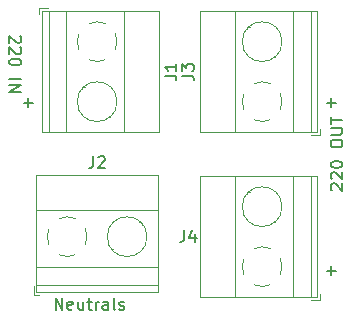
<source format=gto>
%TF.GenerationSoftware,KiCad,Pcbnew,(5.1.12-1-10_14)*%
%TF.CreationDate,2021-12-04T23:40:54+01:00*%
%TF.ProjectId,contraddictionLamp_220Conn,636f6e74-7261-4646-9469-6374696f6e4c,rev?*%
%TF.SameCoordinates,Original*%
%TF.FileFunction,Legend,Top*%
%TF.FilePolarity,Positive*%
%FSLAX46Y46*%
G04 Gerber Fmt 4.6, Leading zero omitted, Abs format (unit mm)*
G04 Created by KiCad (PCBNEW (5.1.12-1-10_14)) date 2021-12-04 23:40:54*
%MOMM*%
%LPD*%
G01*
G04 APERTURE LIST*
%ADD10C,0.150000*%
%ADD11C,0.120000*%
G04 APERTURE END LIST*
D10*
X189865047Y-114117428D02*
X190626952Y-114117428D01*
X190246000Y-114498380D02*
X190246000Y-113736476D01*
X189865047Y-99893428D02*
X190626952Y-99893428D01*
X190246000Y-100274380D02*
X190246000Y-99512476D01*
X164211047Y-99893428D02*
X164972952Y-99893428D01*
X164592000Y-100274380D02*
X164592000Y-99512476D01*
X190301619Y-107314619D02*
X190254000Y-107267000D01*
X190206380Y-107171761D01*
X190206380Y-106933666D01*
X190254000Y-106838428D01*
X190301619Y-106790809D01*
X190396857Y-106743190D01*
X190492095Y-106743190D01*
X190634952Y-106790809D01*
X191206380Y-107362238D01*
X191206380Y-106743190D01*
X190301619Y-106362238D02*
X190254000Y-106314619D01*
X190206380Y-106219380D01*
X190206380Y-105981285D01*
X190254000Y-105886047D01*
X190301619Y-105838428D01*
X190396857Y-105790809D01*
X190492095Y-105790809D01*
X190634952Y-105838428D01*
X191206380Y-106409857D01*
X191206380Y-105790809D01*
X190206380Y-105171761D02*
X190206380Y-105076523D01*
X190254000Y-104981285D01*
X190301619Y-104933666D01*
X190396857Y-104886047D01*
X190587333Y-104838428D01*
X190825428Y-104838428D01*
X191015904Y-104886047D01*
X191111142Y-104933666D01*
X191158761Y-104981285D01*
X191206380Y-105076523D01*
X191206380Y-105171761D01*
X191158761Y-105267000D01*
X191111142Y-105314619D01*
X191015904Y-105362238D01*
X190825428Y-105409857D01*
X190587333Y-105409857D01*
X190396857Y-105362238D01*
X190301619Y-105314619D01*
X190254000Y-105267000D01*
X190206380Y-105171761D01*
X190206380Y-103457476D02*
X190206380Y-103267000D01*
X190254000Y-103171761D01*
X190349238Y-103076523D01*
X190539714Y-103028904D01*
X190873047Y-103028904D01*
X191063523Y-103076523D01*
X191158761Y-103171761D01*
X191206380Y-103267000D01*
X191206380Y-103457476D01*
X191158761Y-103552714D01*
X191063523Y-103647952D01*
X190873047Y-103695571D01*
X190539714Y-103695571D01*
X190349238Y-103647952D01*
X190254000Y-103552714D01*
X190206380Y-103457476D01*
X190206380Y-102600333D02*
X191015904Y-102600333D01*
X191111142Y-102552714D01*
X191158761Y-102505095D01*
X191206380Y-102409857D01*
X191206380Y-102219380D01*
X191158761Y-102124142D01*
X191111142Y-102076523D01*
X191015904Y-102028904D01*
X190206380Y-102028904D01*
X190206380Y-101695571D02*
X190206380Y-101124142D01*
X191206380Y-101409857D02*
X190206380Y-101409857D01*
X166918047Y-117419380D02*
X166918047Y-116419380D01*
X167489476Y-117419380D01*
X167489476Y-116419380D01*
X168346619Y-117371761D02*
X168251380Y-117419380D01*
X168060904Y-117419380D01*
X167965666Y-117371761D01*
X167918047Y-117276523D01*
X167918047Y-116895571D01*
X167965666Y-116800333D01*
X168060904Y-116752714D01*
X168251380Y-116752714D01*
X168346619Y-116800333D01*
X168394238Y-116895571D01*
X168394238Y-116990809D01*
X167918047Y-117086047D01*
X169251380Y-116752714D02*
X169251380Y-117419380D01*
X168822809Y-116752714D02*
X168822809Y-117276523D01*
X168870428Y-117371761D01*
X168965666Y-117419380D01*
X169108523Y-117419380D01*
X169203761Y-117371761D01*
X169251380Y-117324142D01*
X169584714Y-116752714D02*
X169965666Y-116752714D01*
X169727571Y-116419380D02*
X169727571Y-117276523D01*
X169775190Y-117371761D01*
X169870428Y-117419380D01*
X169965666Y-117419380D01*
X170299000Y-117419380D02*
X170299000Y-116752714D01*
X170299000Y-116943190D02*
X170346619Y-116847952D01*
X170394238Y-116800333D01*
X170489476Y-116752714D01*
X170584714Y-116752714D01*
X171346619Y-117419380D02*
X171346619Y-116895571D01*
X171299000Y-116800333D01*
X171203761Y-116752714D01*
X171013285Y-116752714D01*
X170918047Y-116800333D01*
X171346619Y-117371761D02*
X171251380Y-117419380D01*
X171013285Y-117419380D01*
X170918047Y-117371761D01*
X170870428Y-117276523D01*
X170870428Y-117181285D01*
X170918047Y-117086047D01*
X171013285Y-117038428D01*
X171251380Y-117038428D01*
X171346619Y-116990809D01*
X171965666Y-117419380D02*
X171870428Y-117371761D01*
X171822809Y-117276523D01*
X171822809Y-116419380D01*
X172299000Y-117371761D02*
X172394238Y-117419380D01*
X172584714Y-117419380D01*
X172679952Y-117371761D01*
X172727571Y-117276523D01*
X172727571Y-117228904D01*
X172679952Y-117133666D01*
X172584714Y-117086047D01*
X172441857Y-117086047D01*
X172346619Y-117038428D01*
X172299000Y-116943190D01*
X172299000Y-116895571D01*
X172346619Y-116800333D01*
X172441857Y-116752714D01*
X172584714Y-116752714D01*
X172679952Y-116800333D01*
X163901380Y-94266047D02*
X163949000Y-94313666D01*
X163996619Y-94408904D01*
X163996619Y-94647000D01*
X163949000Y-94742238D01*
X163901380Y-94789857D01*
X163806142Y-94837476D01*
X163710904Y-94837476D01*
X163568047Y-94789857D01*
X162996619Y-94218428D01*
X162996619Y-94837476D01*
X163901380Y-95218428D02*
X163949000Y-95266047D01*
X163996619Y-95361285D01*
X163996619Y-95599380D01*
X163949000Y-95694619D01*
X163901380Y-95742238D01*
X163806142Y-95789857D01*
X163710904Y-95789857D01*
X163568047Y-95742238D01*
X162996619Y-95170809D01*
X162996619Y-95789857D01*
X163996619Y-96408904D02*
X163996619Y-96504142D01*
X163949000Y-96599380D01*
X163901380Y-96647000D01*
X163806142Y-96694619D01*
X163615666Y-96742238D01*
X163377571Y-96742238D01*
X163187095Y-96694619D01*
X163091857Y-96647000D01*
X163044238Y-96599380D01*
X162996619Y-96504142D01*
X162996619Y-96408904D01*
X163044238Y-96313666D01*
X163091857Y-96266047D01*
X163187095Y-96218428D01*
X163377571Y-96170809D01*
X163615666Y-96170809D01*
X163806142Y-96218428D01*
X163901380Y-96266047D01*
X163949000Y-96313666D01*
X163996619Y-96408904D01*
X162996619Y-97932714D02*
X163996619Y-97932714D01*
X162996619Y-98408904D02*
X163996619Y-98408904D01*
X162996619Y-98980333D01*
X163996619Y-98980333D01*
D11*
%TO.C,J1*%
X165534000Y-91902000D02*
X165534000Y-92402000D01*
X166274000Y-91902000D02*
X165534000Y-91902000D01*
X169411000Y-98595000D02*
X169365000Y-98548000D01*
X171709000Y-100892000D02*
X171673000Y-100857000D01*
X169195000Y-98788000D02*
X169160000Y-98753000D01*
X171503000Y-101097000D02*
X171457000Y-101050000D01*
X175695000Y-102422000D02*
X165774000Y-102422000D01*
X175695000Y-92142000D02*
X165774000Y-92142000D01*
X165774000Y-92142000D02*
X165774000Y-102422000D01*
X175695000Y-92142000D02*
X175695000Y-102422000D01*
X172735000Y-92142000D02*
X172735000Y-102422000D01*
X167834000Y-92142000D02*
X167834000Y-102422000D01*
X166334000Y-92142000D02*
X166334000Y-102422000D01*
X172114000Y-99822000D02*
G75*
G03*
X172114000Y-99822000I-1680000J0D01*
G01*
X168899244Y-95425318D02*
G75*
G02*
X168754000Y-94742000I1534756J683318D01*
G01*
X171117042Y-96277426D02*
G75*
G02*
X169750000Y-96277000I-683042J1535426D01*
G01*
X171969426Y-94058958D02*
G75*
G02*
X171969000Y-95426000I-1535426J-683042D01*
G01*
X169750958Y-93206574D02*
G75*
G02*
X171118000Y-93207000I683042J-1535426D01*
G01*
X168753747Y-94770805D02*
G75*
G02*
X168899000Y-94058000I1680253J28805D01*
G01*
%TO.C,J2*%
X167922805Y-112932253D02*
G75*
G02*
X167210000Y-112787000I-28805J1680253D01*
G01*
X166358574Y-111935042D02*
G75*
G02*
X166359000Y-110568000I1535426J683042D01*
G01*
X167210958Y-109716574D02*
G75*
G02*
X168578000Y-109717000I683042J-1535426D01*
G01*
X169429426Y-110568958D02*
G75*
G02*
X169429000Y-111936000I-1535426J-683042D01*
G01*
X168577318Y-112786756D02*
G75*
G02*
X167894000Y-112932000I-683318J1534756D01*
G01*
X174654000Y-111252000D02*
G75*
G03*
X174654000Y-111252000I-1680000J0D01*
G01*
X165294000Y-115352000D02*
X175574000Y-115352000D01*
X165294000Y-113852000D02*
X175574000Y-113852000D01*
X165294000Y-108951000D02*
X175574000Y-108951000D01*
X165294000Y-105991000D02*
X175574000Y-105991000D01*
X165294000Y-115912000D02*
X175574000Y-115912000D01*
X165294000Y-105991000D02*
X165294000Y-115912000D01*
X175574000Y-105991000D02*
X175574000Y-115912000D01*
X174249000Y-110183000D02*
X174202000Y-110229000D01*
X171940000Y-112491000D02*
X171905000Y-112526000D01*
X174044000Y-109977000D02*
X174009000Y-110013000D01*
X171747000Y-112275000D02*
X171700000Y-112321000D01*
X165054000Y-115412000D02*
X165054000Y-116152000D01*
X165054000Y-116152000D02*
X165554000Y-116152000D01*
%TO.C,J3*%
X186084253Y-99793195D02*
G75*
G02*
X185939000Y-100506000I-1680253J-28805D01*
G01*
X185087042Y-101357426D02*
G75*
G02*
X183720000Y-101357000I-683042J1535426D01*
G01*
X182868574Y-100505042D02*
G75*
G02*
X182869000Y-99138000I1535426J683042D01*
G01*
X183720958Y-98286574D02*
G75*
G02*
X185088000Y-98287000I683042J-1535426D01*
G01*
X185938756Y-99138682D02*
G75*
G02*
X186084000Y-99822000I-1534756J-683318D01*
G01*
X186084000Y-94742000D02*
G75*
G03*
X186084000Y-94742000I-1680000J0D01*
G01*
X188504000Y-102422000D02*
X188504000Y-92142000D01*
X187004000Y-102422000D02*
X187004000Y-92142000D01*
X182103000Y-102422000D02*
X182103000Y-92142000D01*
X179143000Y-102422000D02*
X179143000Y-92142000D01*
X189064000Y-102422000D02*
X189064000Y-92142000D01*
X179143000Y-102422000D02*
X189064000Y-102422000D01*
X179143000Y-92142000D02*
X189064000Y-92142000D01*
X183335000Y-93467000D02*
X183381000Y-93514000D01*
X185643000Y-95776000D02*
X185678000Y-95811000D01*
X183129000Y-93672000D02*
X183165000Y-93707000D01*
X185427000Y-95969000D02*
X185473000Y-96016000D01*
X188564000Y-102662000D02*
X189304000Y-102662000D01*
X189304000Y-102662000D02*
X189304000Y-102162000D01*
%TO.C,J4*%
X189304000Y-116632000D02*
X189304000Y-116132000D01*
X188564000Y-116632000D02*
X189304000Y-116632000D01*
X185427000Y-109939000D02*
X185473000Y-109986000D01*
X183129000Y-107642000D02*
X183165000Y-107677000D01*
X185643000Y-109746000D02*
X185678000Y-109781000D01*
X183335000Y-107437000D02*
X183381000Y-107484000D01*
X179143000Y-106112000D02*
X189064000Y-106112000D01*
X179143000Y-116392000D02*
X189064000Y-116392000D01*
X189064000Y-116392000D02*
X189064000Y-106112000D01*
X179143000Y-116392000D02*
X179143000Y-106112000D01*
X182103000Y-116392000D02*
X182103000Y-106112000D01*
X187004000Y-116392000D02*
X187004000Y-106112000D01*
X188504000Y-116392000D02*
X188504000Y-106112000D01*
X186084000Y-108712000D02*
G75*
G03*
X186084000Y-108712000I-1680000J0D01*
G01*
X185938756Y-113108682D02*
G75*
G02*
X186084000Y-113792000I-1534756J-683318D01*
G01*
X183720958Y-112256574D02*
G75*
G02*
X185088000Y-112257000I683042J-1535426D01*
G01*
X182868574Y-114475042D02*
G75*
G02*
X182869000Y-113108000I1535426J683042D01*
G01*
X185087042Y-115327426D02*
G75*
G02*
X183720000Y-115327000I-683042J1535426D01*
G01*
X186084253Y-113763195D02*
G75*
G02*
X185939000Y-114476000I-1680253J-28805D01*
G01*
%TO.C,J1*%
D10*
X176146380Y-97615333D02*
X176860666Y-97615333D01*
X177003523Y-97662952D01*
X177098761Y-97758190D01*
X177146380Y-97901047D01*
X177146380Y-97996285D01*
X177146380Y-96615333D02*
X177146380Y-97186761D01*
X177146380Y-96901047D02*
X176146380Y-96901047D01*
X176289238Y-96996285D01*
X176384476Y-97091523D01*
X176432095Y-97186761D01*
%TO.C,J2*%
X170100666Y-104444380D02*
X170100666Y-105158666D01*
X170053047Y-105301523D01*
X169957809Y-105396761D01*
X169814952Y-105444380D01*
X169719714Y-105444380D01*
X170529238Y-104539619D02*
X170576857Y-104492000D01*
X170672095Y-104444380D01*
X170910190Y-104444380D01*
X171005428Y-104492000D01*
X171053047Y-104539619D01*
X171100666Y-104634857D01*
X171100666Y-104730095D01*
X171053047Y-104872952D01*
X170481619Y-105444380D01*
X171100666Y-105444380D01*
%TO.C,J3*%
X177596380Y-97615333D02*
X178310666Y-97615333D01*
X178453523Y-97662952D01*
X178548761Y-97758190D01*
X178596380Y-97901047D01*
X178596380Y-97996285D01*
X177596380Y-97234380D02*
X177596380Y-96615333D01*
X177977333Y-96948666D01*
X177977333Y-96805809D01*
X178024952Y-96710571D01*
X178072571Y-96662952D01*
X178167809Y-96615333D01*
X178405904Y-96615333D01*
X178501142Y-96662952D01*
X178548761Y-96710571D01*
X178596380Y-96805809D01*
X178596380Y-97091523D01*
X178548761Y-97186761D01*
X178501142Y-97234380D01*
%TO.C,J4*%
X177810666Y-110704380D02*
X177810666Y-111418666D01*
X177763047Y-111561523D01*
X177667809Y-111656761D01*
X177524952Y-111704380D01*
X177429714Y-111704380D01*
X178715428Y-111037714D02*
X178715428Y-111704380D01*
X178477333Y-110656761D02*
X178239238Y-111371047D01*
X178858285Y-111371047D01*
%TD*%
M02*

</source>
